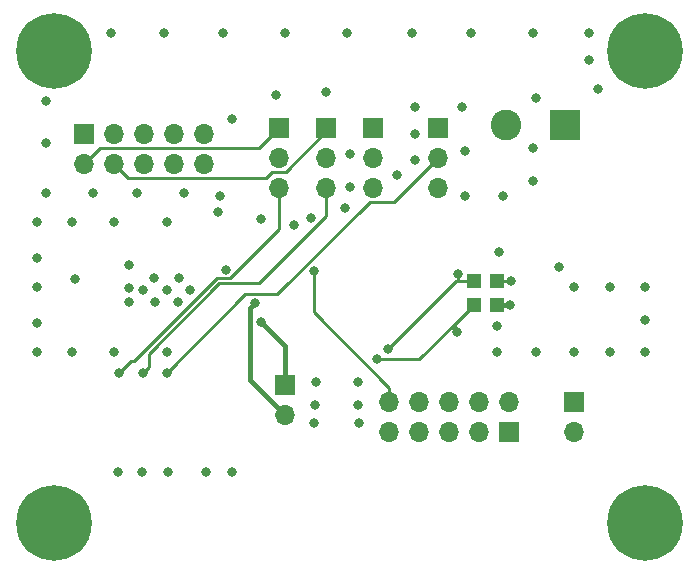
<source format=gbr>
%TF.GenerationSoftware,KiCad,Pcbnew,(5.1.10)-1*%
%TF.CreationDate,2021-08-23T16:31:20+01:00*%
%TF.ProjectId,Abhoinn_IoT_V3,4162686f-696e-46e5-9f49-6f545f56332e,rev?*%
%TF.SameCoordinates,Original*%
%TF.FileFunction,Copper,L4,Bot*%
%TF.FilePolarity,Positive*%
%FSLAX46Y46*%
G04 Gerber Fmt 4.6, Leading zero omitted, Abs format (unit mm)*
G04 Created by KiCad (PCBNEW (5.1.10)-1) date 2021-08-23 16:31:20*
%MOMM*%
%LPD*%
G01*
G04 APERTURE LIST*
%TA.AperFunction,ComponentPad*%
%ADD10O,1.700000X1.700000*%
%TD*%
%TA.AperFunction,ComponentPad*%
%ADD11R,1.700000X1.700000*%
%TD*%
%TA.AperFunction,ComponentPad*%
%ADD12C,2.600000*%
%TD*%
%TA.AperFunction,ComponentPad*%
%ADD13R,2.600000X2.600000*%
%TD*%
%TA.AperFunction,SMDPad,CuDef*%
%ADD14R,1.300000X1.300000*%
%TD*%
%TA.AperFunction,ComponentPad*%
%ADD15C,0.800000*%
%TD*%
%TA.AperFunction,ComponentPad*%
%ADD16C,6.400000*%
%TD*%
%TA.AperFunction,ViaPad*%
%ADD17C,0.800000*%
%TD*%
%TA.AperFunction,Conductor*%
%ADD18C,0.250000*%
%TD*%
%TA.AperFunction,Conductor*%
%ADD19C,0.450000*%
%TD*%
%TA.AperFunction,Conductor*%
%ADD20C,0.400000*%
%TD*%
G04 APERTURE END LIST*
D10*
%TO.P,J3,10*%
%TO.N,NRST*%
X148340000Y-89710000D03*
%TO.P,J3,9*%
%TO.N,GND*%
X148340000Y-92250000D03*
%TO.P,J3,8*%
%TO.N,N/C*%
X150880000Y-89710000D03*
%TO.P,J3,7*%
X150880000Y-92250000D03*
%TO.P,J3,6*%
X153420000Y-89710000D03*
%TO.P,J3,5*%
%TO.N,GND*%
X153420000Y-92250000D03*
%TO.P,J3,4*%
%TO.N,SWCLK*%
X155960000Y-89710000D03*
%TO.P,J3,3*%
%TO.N,GND*%
X155960000Y-92250000D03*
%TO.P,J3,2*%
%TO.N,SWDIO*%
X158500000Y-89710000D03*
D11*
%TO.P,J3,1*%
%TO.N,+3V3*%
X158500000Y-92250000D03*
%TD*%
D10*
%TO.P,JP4,3*%
%TO.N,GND*%
X152500000Y-71580000D03*
%TO.P,JP4,2*%
%TO.N,Net-(D4-Pad2)*%
X152500000Y-69040000D03*
D11*
%TO.P,JP4,1*%
%TO.N,+3V3*%
X152500000Y-66500000D03*
%TD*%
D10*
%TO.P,JP3,3*%
%TO.N,GND*%
X147000000Y-71580000D03*
%TO.P,JP3,2*%
%TO.N,DBG_EN*%
X147000000Y-69040000D03*
D11*
%TO.P,JP3,1*%
%TO.N,+3V3*%
X147000000Y-66500000D03*
%TD*%
D10*
%TO.P,JP2,3*%
%TO.N,LED_RX*%
X139000000Y-71580000D03*
%TO.P,JP2,2*%
%TO.N,RX_LED+DBG_DATA*%
X139000000Y-69040000D03*
D11*
%TO.P,JP2,1*%
%TO.N,TS_DBG_DATA*%
X139000000Y-66500000D03*
%TD*%
D10*
%TO.P,JP1,3*%
%TO.N,LED_TX*%
X143000000Y-71580000D03*
%TO.P,JP1,2*%
%TO.N,TX_LED+DBG_CLK*%
X143000000Y-69040000D03*
D11*
%TO.P,JP1,1*%
%TO.N,TS_DBG_CLK*%
X143000000Y-66500000D03*
%TD*%
D10*
%TO.P,J2,2*%
%TO.N,LPUART1_TX*%
X139500000Y-90790000D03*
D11*
%TO.P,J2,1*%
%TO.N,LPUART1_RX*%
X139500000Y-88250000D03*
%TD*%
D10*
%TO.P,J1,2*%
%TO.N,GND*%
X164000000Y-92290000D03*
D11*
%TO.P,J1,1*%
%TO.N,+3V3*%
X164000000Y-89750000D03*
%TD*%
D10*
%TO.P,J4,10*%
%TO.N,RESET_N*%
X132660000Y-69540000D03*
%TO.P,J4,9*%
%TO.N,GND*%
X132660000Y-67000000D03*
%TO.P,J4,8*%
%TO.N,N/C*%
X130120000Y-69540000D03*
%TO.P,J4,7*%
X130120000Y-67000000D03*
%TO.P,J4,6*%
X127580000Y-69540000D03*
%TO.P,J4,5*%
%TO.N,GND*%
X127580000Y-67000000D03*
%TO.P,J4,4*%
%TO.N,TS_DBG_CLK*%
X125040000Y-69540000D03*
%TO.P,J4,3*%
%TO.N,GND*%
X125040000Y-67000000D03*
%TO.P,J4,2*%
%TO.N,TS_DBG_DATA*%
X122500000Y-69540000D03*
D11*
%TO.P,J4,1*%
%TO.N,+3V3*%
X122500000Y-67000000D03*
%TD*%
D12*
%TO.P,J6,2*%
%TO.N,GND*%
X158250000Y-66250000D03*
D13*
%TO.P,J6,1*%
%TO.N,+5V*%
X163250000Y-66250000D03*
%TD*%
D14*
%TO.P,IC2,4*%
%TO.N,PRESSURE_SDA*%
X155500000Y-79500000D03*
%TO.P,IC2,3*%
%TO.N,PRESSURE_SCL*%
X155500000Y-81500000D03*
%TO.P,IC2,2*%
%TO.N,+3V3*%
X157500000Y-81500000D03*
%TO.P,IC2,1*%
%TO.N,GND*%
X157500000Y-79500000D03*
%TD*%
D15*
%TO.P,H4,1*%
%TO.N,GND*%
X121697056Y-58302944D03*
X120000000Y-57600000D03*
X118302944Y-58302944D03*
X117600000Y-60000000D03*
X118302944Y-61697056D03*
X120000000Y-62400000D03*
X121697056Y-61697056D03*
X122400000Y-60000000D03*
D16*
X120000000Y-60000000D03*
%TD*%
D15*
%TO.P,H3,1*%
%TO.N,GND*%
X121697056Y-98302944D03*
X120000000Y-97600000D03*
X118302944Y-98302944D03*
X117600000Y-100000000D03*
X118302944Y-101697056D03*
X120000000Y-102400000D03*
X121697056Y-101697056D03*
X122400000Y-100000000D03*
D16*
X120000000Y-100000000D03*
%TD*%
D15*
%TO.P,H2,1*%
%TO.N,GND*%
X171697056Y-98302944D03*
X170000000Y-97600000D03*
X168302944Y-98302944D03*
X167600000Y-100000000D03*
X168302944Y-101697056D03*
X170000000Y-102400000D03*
X171697056Y-101697056D03*
X172400000Y-100000000D03*
D16*
X170000000Y-100000000D03*
%TD*%
D15*
%TO.P,H1,1*%
%TO.N,GND*%
X171697056Y-58302944D03*
X170000000Y-57600000D03*
X168302944Y-58302944D03*
X167600000Y-60000000D03*
X168302944Y-61697056D03*
X170000000Y-62400000D03*
X171697056Y-61697056D03*
X172400000Y-60000000D03*
D16*
X170000000Y-60000000D03*
%TD*%
D17*
%TO.N,GND*%
X142070000Y-90000000D03*
X142102000Y-88000000D03*
X144626500Y-73326500D03*
X134500000Y-78500000D03*
X121718600Y-79308220D03*
X127500000Y-80250000D03*
X129500000Y-80250000D03*
X131500000Y-80250000D03*
X130550000Y-79250000D03*
X128450000Y-79250000D03*
X128500000Y-81250000D03*
X130500000Y-81250000D03*
X126325000Y-78075000D03*
X126300000Y-80050000D03*
X126275000Y-81225000D03*
X129500000Y-74500000D03*
X129500000Y-85500000D03*
X118500000Y-85500000D03*
X118500000Y-74500000D03*
X118500000Y-80000000D03*
X118500000Y-77500000D03*
X118500000Y-83000000D03*
X121500000Y-85500000D03*
X125000000Y-85500000D03*
X125000000Y-74500000D03*
X121500000Y-74500000D03*
X158650000Y-79500000D03*
X142000000Y-91500000D03*
X135000000Y-95600000D03*
X132800000Y-95600000D03*
X129600000Y-95600000D03*
X127400000Y-95600000D03*
X125400000Y-95600000D03*
X137500000Y-74250000D03*
X119250000Y-72000000D03*
X134000000Y-72250000D03*
X119250000Y-67750000D03*
X119250000Y-64250000D03*
X144750000Y-58500000D03*
X124750000Y-58500000D03*
X165250000Y-58500000D03*
X155250000Y-58500000D03*
X134250000Y-58500000D03*
X160500000Y-58500000D03*
X150250000Y-58500000D03*
X139500000Y-58500000D03*
X129250000Y-58500000D03*
X154750000Y-72250000D03*
X160500000Y-71000000D03*
X160750000Y-64000000D03*
X166000000Y-63250000D03*
X158000000Y-72250000D03*
X127000000Y-72000000D03*
X135000000Y-65750000D03*
X138750000Y-63750000D03*
X143000000Y-63500000D03*
X149000000Y-70500000D03*
X150500000Y-69250000D03*
X150500000Y-64750000D03*
X154500000Y-64750000D03*
X154750000Y-68500000D03*
X150500000Y-67000000D03*
X123250000Y-72000000D03*
X131000000Y-72000000D03*
X160500000Y-68250000D03*
X165250000Y-60750000D03*
X145000000Y-68750000D03*
X144999999Y-71500001D03*
%TO.N,+3V3*%
X141732000Y-74168000D03*
X145680000Y-88000000D03*
X145712000Y-90000000D03*
X133862500Y-73637500D03*
X145750000Y-91500000D03*
X140250000Y-74750000D03*
X158600000Y-81500000D03*
X162750000Y-78250000D03*
X170000000Y-80000000D03*
X170000000Y-85500000D03*
X170000000Y-82750000D03*
X157500000Y-85500000D03*
X164000000Y-85500000D03*
X167000000Y-85500000D03*
X160750000Y-85500000D03*
X164000000Y-80000000D03*
X167000000Y-80000000D03*
X157500000Y-83250000D03*
X157677040Y-77000000D03*
%TO.N,LED_RX*%
X125450000Y-87300000D03*
%TO.N,LED_TX*%
X127500000Y-87250000D03*
%TO.N,Net-(D4-Pad2)*%
X129500000Y-87250000D03*
%TO.N,LPUART1_TX*%
X136940000Y-81320000D03*
%TO.N,LPUART1_RX*%
X137460000Y-82920000D03*
%TO.N,PRESSURE_SDA*%
X148250000Y-85250000D03*
X154150000Y-78900000D03*
%TO.N,PRESSURE_SCL*%
X147320000Y-86106000D03*
X154050000Y-83750000D03*
%TO.N,NRST*%
X141932660Y-78610460D03*
%TD*%
D18*
%TO.N,GND*%
X157500000Y-79500000D02*
X158650000Y-79500000D01*
X158650000Y-79500000D02*
X158650000Y-79500000D01*
%TO.N,+3V3*%
X157873500Y-81126500D02*
X157500000Y-81500000D01*
D19*
X157500000Y-81500000D02*
X158600000Y-81500000D01*
X158600000Y-81500000D02*
X158600000Y-81500000D01*
D18*
%TO.N,LED_RX*%
X125450000Y-87300000D02*
X126500000Y-86250000D01*
X126500000Y-86250000D02*
X126750000Y-86250000D01*
X134848001Y-79225001D02*
X139000000Y-75073002D01*
X139000000Y-75073002D02*
X139000000Y-71580000D01*
X133774999Y-79225001D02*
X134848001Y-79225001D01*
X126750000Y-86250000D02*
X133774999Y-79225001D01*
%TO.N,LED_TX*%
X127500000Y-87250000D02*
X128000000Y-86750000D01*
X143000000Y-73973002D02*
X143000000Y-71580000D01*
X137297991Y-79675011D02*
X143000000Y-73973002D01*
X133961399Y-79675011D02*
X137297991Y-79675011D01*
X128000000Y-85636410D02*
X133961399Y-79675011D01*
X128000000Y-86750000D02*
X128000000Y-85636410D01*
%TO.N,Net-(D4-Pad2)*%
X148784999Y-72755001D02*
X152500000Y-69040000D01*
X146715117Y-72755001D02*
X148784999Y-72755001D01*
X138875119Y-80594999D02*
X146715117Y-72755001D01*
X136155001Y-80594999D02*
X138875119Y-80594999D01*
X129500000Y-87250000D02*
X136155001Y-80594999D01*
%TO.N,LPUART1_TX*%
X136940000Y-81320000D02*
X136900000Y-81320000D01*
D20*
X136540001Y-87830001D02*
X139500000Y-90790000D01*
X136540001Y-81719999D02*
X136540001Y-87830001D01*
X136940000Y-81320000D02*
X136540001Y-81719999D01*
%TO.N,LPUART1_RX*%
X139500000Y-84960000D02*
X137460000Y-82920000D01*
X139500000Y-88250000D02*
X139500000Y-84960000D01*
D18*
%TO.N,PRESSURE_SDA*%
X154150000Y-79500000D02*
X154150000Y-78900000D01*
X155500000Y-79500000D02*
X154150000Y-79500000D01*
X154150000Y-78900000D02*
X154150000Y-78900000D01*
X154000000Y-79500000D02*
X154150000Y-79500000D01*
X148250000Y-85250000D02*
X154000000Y-79500000D01*
%TO.N,PRESSURE_SCL*%
X150894000Y-86106000D02*
X147320000Y-86106000D01*
X147320000Y-86106000D02*
X147320000Y-86106000D01*
X153875000Y-83125000D02*
X153875000Y-83575000D01*
X155500000Y-81500000D02*
X153875000Y-83125000D01*
X153875000Y-83125000D02*
X150894000Y-86106000D01*
X153875000Y-83575000D02*
X154050000Y-83750000D01*
X154050000Y-83750000D02*
X154050000Y-83750000D01*
%TO.N,NRST*%
X141932660Y-82100579D02*
X141932660Y-78610460D01*
X148340000Y-88507919D02*
X141932660Y-82100579D01*
X148340000Y-89710000D02*
X148340000Y-88507919D01*
%TO.N,TS_DBG_CLK*%
X143000000Y-66779002D02*
X143000000Y-66500000D01*
X139564001Y-70215001D02*
X143000000Y-66779002D01*
X138435999Y-70215001D02*
X139564001Y-70215001D01*
X137935999Y-70715001D02*
X138435999Y-70215001D01*
X126215001Y-70715001D02*
X137935999Y-70715001D01*
X125040000Y-69540000D02*
X126215001Y-70715001D01*
%TO.N,TS_DBG_DATA*%
X137324999Y-68175001D02*
X139000000Y-66500000D01*
X123864999Y-68175001D02*
X137324999Y-68175001D01*
X122500000Y-69540000D02*
X123864999Y-68175001D01*
%TD*%
M02*

</source>
